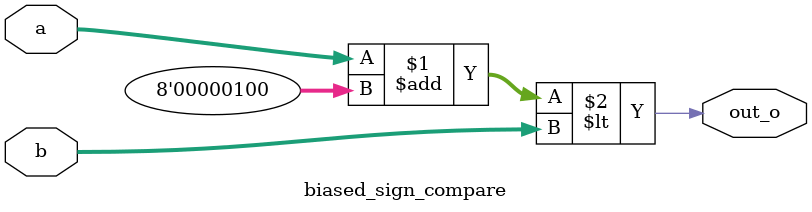
<source format=v>
module biased_sign_compare (
    input signed [7:0] a,
    input signed [7:0] b,
    output out_o
);
  assign out_o = (a + 8'sd4) < b;
endmodule



</source>
